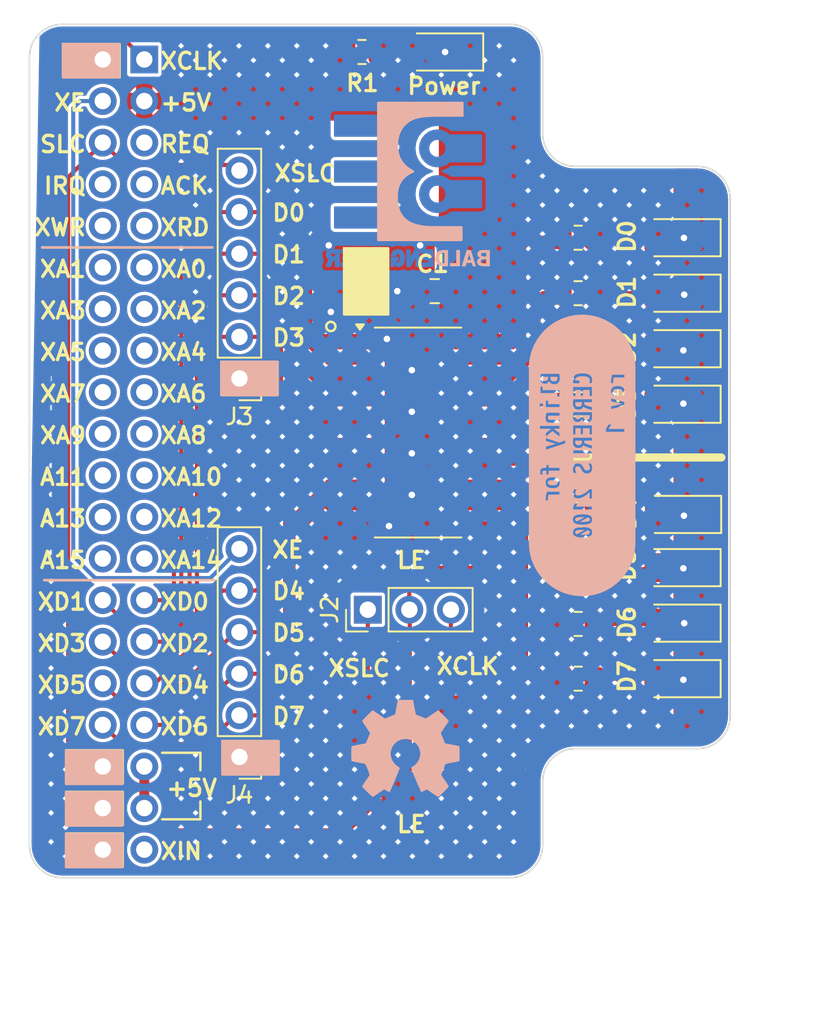
<source format=kicad_pcb>
(kicad_pcb (version 20240108) (generator "pcbnew") (generator_version "8.0")
  (layers (0 "F.Cu" signal) (31 "B.Cu" signal) (34 "B.Paste" user) (35 "F.Paste" user) (36 "B.SilkS" user "B.Silkscreen") (37 "F.SilkS" user "F.Silkscreen") (38 "B.Mask" user) (39 "F.Mask" user) (44 "Edge.Cuts" user))
  (net 0 "")
  (net 1 "+5V")
  (net 2 "GND")
  (net 3 "Net-(D1-A)")
  (net 4 "Net-(D2-A)")
  (net 5 "Net-(D3-A)")
  (net 6 "Net-(D4-A)")
  (net 7 "Net-(D5-A)")
  (net 8 "Net-(D6-A)")
  (net 9 "Net-(D7-A)")
  (net 10 "Net-(D8-A)")
  (net 11 "Net-(D9-A)")
  (net 12 "/XA12")
  (net 13 "/XBUSACK")
  (net 14 "/XA10")
  (net 15 "/XA8")
  (net 16 "/XA9")
  (net 17 "/XA11")
  (net 18 "/XE")
  (net 19 "/XRD")
  (net 20 "/XBUSREQ")
  (net 21 "/XD1")
  (net 22 "/XD5")
  (net 23 "/XA13")
  (net 24 "/XA7")
  (net 25 "/XD7")
  (net 26 "/XD2")
  (net 27 "/XD3")
  (net 28 "/XA2")
  (net 29 "/XD6")
  (net 30 "/XSLC")
  (net 31 "/XA6")
  (net 32 "/XD4")
  (net 33 "/XA3")
  (net 34 "/XCLK")
  (net 35 "/XA5")
  (net 36 "/XA1")
  (net 37 "/XWR")
  (net 38 "/XIRQ")
  (net 39 "/XA14")
  (net 40 "/XIN")
  (net 41 "/XA0")
  (net 42 "/XD0")
  (net 43 "/XA4")
  (net 44 "/XA15")
  (net 45 "/LE")
  (net 46 "/Q0")
  (net 47 "/Q1")
  (net 48 "/Q2")
  (net 49 "/Q3")
  (net 50 "/Q4")
  (net 51 "/Q5")
  (net 52 "/Q6")
  (net 53 "/Q7")
  (footprint "LED_SMD:LED_1206_3216Metric_Pad1.42x1.75mm_HandSolder" (layer "F.Cu") (at 117.6417 96.4774 180)
    (property "Reference" "D8" (hide yes))
    (property "Value" "Pwr")
  )
  (footprint "LED_SMD:LED_1206_3216Metric_Pad1.42x1.75mm_HandSolder" (layer "F.Cu") (at 117.6417 76.327 180)
    (property "Reference" "D3" (hide yes))
    (property "Value" "Pwr")
  )
  (footprint "Connector_PinSocket_2.54mm:PinSocket_2x20_P2.54mm_Vertical" (layer "F.Cu") (at 84.8614 62.0522)
    (property "Reference" "J1" (hide yes))
    (property "Value" "Cerberus_Expansion")
  )
  (footprint "LED_SMD:LED_1206_3216Metric_Pad1.42x1.75mm_HandSolder" (layer "F.Cu") (at 117.6417 99.8674 180)
    (property "Reference" "D9" (hide yes))
    (property "Value" "Pwr")
  )
  (footprint "Resistor_SMD:R_0805_2012Metric_Pad1.20x1.40mm_HandSolder" (layer "F.Cu") (at 111.3884 96.524266)
    (property "Reference" "R8" (hide yes))
    (property "Value" "1k")
  )
  (footprint "LED_SMD:LED_1206_3216Metric_Pad1.42x1.75mm_HandSolder" (layer "F.Cu") (at 117.6417 93.0874 180)
    (property "Reference" "D7" (hide yes))
    (property "Value" "Pwr")
  )
  (footprint "My Libraries:Harwin-S1751-46-Test-Point" (layer "F.Cu") (at 101.092 106.68)
    (property "Reference" "TP3" (hide yes))
    (property "Value" "TestPoint_Harwin")
  )
  (footprint "LED_SMD:LED_1206_3216Metric_Pad1.42x1.75mm_HandSolder" (layer "F.Cu") (at 117.6746 89.838 180)
    (property "Reference" "D6" (hide yes))
    (property "Value" "Pwr")
  )
  (footprint "Package_SO:SO-20_5.3x12.6mm_P1.27mm" (layer "F.Cu") (at 101.6 84.836)
    (property "Reference" "U1" (hide yes))
    (property "Value" "74LVC573")
  )
  (footprint "Capacitor_SMD:C_0805_2012Metric_Pad1.18x1.45mm_HandSolder" (layer "F.Cu") (at 102.616 76.2 180)
    (property "Reference" "C1")
    (property "Value" "1u")
  )
  (footprint "Resistor_SMD:R_0805_2012Metric_Pad1.20x1.40mm_HandSolder" (layer "F.Cu") (at 111.3884 72.937)
    (property "Reference" "R2" (hide yes))
    (property "Value" "1k")
  )
  (footprint "My Libraries:Harwin-S1751-46-Test-Point" (layer "F.Cu") (at 98.425 75.565 90)
    (property "Reference" "TP1" (hide yes))
    (property "Value" "TestPoint_Harwin")
  )
  (footprint "Resistor_SMD:R_0805_2012Metric_Pad1.20x1.40mm_HandSolder" (layer "F.Cu") (at 98.171 61.595)
    (property "Reference" "R1")
    (property "Value" "1k")
  )
  (footprint "Resistor_SMD:R_0805_2012Metric_Pad1.20x1.40mm_HandSolder" (layer "F.Cu") (at 111.3884 99.8674)
    (property "Reference" "R9" (hide yes))
    (property "Value" "1k")
  )
  (footprint "Resistor_SMD:R_0805_2012Metric_Pad1.20x1.40mm_HandSolder" (layer "F.Cu") (at 111.3884 83.107)
    (property "Reference" "R5" (hide yes))
    (property "Value" "1k")
  )
  (footprint "My Libraries:Harwin-S1751-46-Test-Point" (layer "F.Cu") (at 98.298 102.616 90)
    (property "Reference" "TP2" (hide yes))
    (property "Value" "TestPoint_Harwin")
  )
  (footprint "LED_SMD:LED_1206_3216Metric_Pad1.42x1.75mm_HandSolder" (layer "F.Cu") (at 117.6417 72.937 180)
    (property "Reference" "D2" (hide yes))
    (property "Value" "Pwr")
  )
  (footprint "LED_SMD:LED_1206_3216Metric_Pad1.42x1.75mm_HandSolder" (layer "F.Cu") (at 117.6417 83.107 180)
    (property "Reference" "D5" (hide yes))
    (property "Value" "Pwr")
  )
  (footprint "LED_SMD:LED_1206_3216Metric_Pad1.42x1.75mm_HandSolder" (layer "F.Cu") (at 117.6417 79.717 180)
    (property "Reference" "D4" (hide yes))
    (property "Value" "Pwr")
  )
  (footprint "Resistor_SMD:R_0805_2012Metric_Pad1.20x1.40mm_HandSolder" (layer "F.Cu") (at 111.3884 93.181133)
    (property "Reference" "R7" (hide yes))
    (property "Value" "1k")
  )
  (footprint "Resistor_SMD:R_0805_2012Metric_Pad1.20x1.40mm_HandSolder" (layer "F.Cu") (at 111.3884 89.838)
    (property "Reference" "R6" (hide yes))
    (property "Value" "1k")
  )
  (footprint "Connector_PinHeader_2.54mm:PinHeader_1x03_P2.54mm_Vertical" (layer "F.Cu") (at 98.5266 95.6564 90)
    (property "Reference" "J2")
    (property "Value" "Latch En")
  )
  (footprint "LED_SMD:LED_1206_3216Metric_Pad1.42x1.75mm_HandSolder" (layer "F.Cu") (at 103.124 61.595 180)
    (property "Reference" "D1" (hide yes))
    (property "Value" "Pwr")
  )
  (footprint "My Libraries:Harwin-S1751-46-Test-Point" (layer "F.Cu") (at 103.632 102.616 90)
    (property "Reference" "TP4" (hide yes))
    (property "Value" "TestPoint_Harwin")
  )
  (footprint "Package_SO:SOIC-20W_7.5x12.8mm_P1.27mm" (layer "F.Cu") (at 101.6 84.836)
    (property "Reference" "U2" (hide yes))
    (property "Value" "74LVC573")
  )
  (footprint "Connector_PinHeader_2.54mm:PinHeader_1x06_P2.54mm_Vertical" (layer "F.Cu") (at 90.678 81.534 180)
    (property "Reference" "J3")
    (property "Value" "Test1")
  )
  (footprint "Resistor_SMD:R_0805_2012Metric_Pad1.20x1.40mm_HandSolder" (layer "F.Cu") (at 111.3884 76.327)
    (property "Reference" "R3" (hide yes))
    (property "Value" "1k")
  )
  (footprint "Resistor_SMD:R_0805_2012Metric_Pad1.20x1.40mm_HandSolder" (layer "F.Cu") (at 111.3884 79.717)
    (property "Reference" "R4" (hide yes))
    (property "Value" "1k")
  )
  (footprint "Connector_PinHeader_2.54mm:PinHeader_1x06_P2.54mm_Vertical" (layer "F.Cu") (at 90.678 104.648 180)
    (property "Reference" "J4")
    (property "Value" "Test2")
  )
  (footprint "kibuzzard-663A818A" (layer "B.Cu") (at 111.633 86.233 -90)
    (property "Reference" "kibuzzard-663A818A" (hide yes))
    (property "Value" "G***" (hide yes))
  )
  (footprint "My Libraries:BE10v2" (layer "B.Cu") (at 105.990975 64.697026 180)
    (property "Reference" "svg2mod" (hide yes))
    (property "Value" "G***" (hide yes))
  )
  (footprint "Symbol:OSHW-Symbol_6.7x6mm_SilkScreen" (layer "B.Cu") (at 100.838 104.14 180)
    (property "Reference" "REF**" (hide yes))
    (property "Value" "OSHW-Symbol_6.7x6mm_SilkScreen" (hide yes))
  )
  (gr_rect (start 79.883 61.1124) (end 83.312 63.1444) (stroke (width 0.15)) (fill solid) (layer "B.SilkS"))
  (gr_rect (start 89.5858 80.518) (end 93.0148 82.55) (stroke (width 0.15)) (fill solid) (layer "B.SilkS"))
  (gr_rect (start 80.0735 106.807) (end 83.5025 108.839) (stroke (width 0.15)) (fill solid) (layer "B.SilkS"))
  (gr_line (start 78.613 73.533) (end 89.027 73.533) (stroke (width 0.15)) (layer "B.SilkS"))
  (gr_rect (start 80.0735 104.267) (end 83.5025 106.299) (stroke (width 0.15)) (fill solid) (layer "B.SilkS"))
  (gr_line (start 78.74 93.853) (end 89.154 93.853) (stroke (width 0.15)) (layer "B.SilkS"))
  (gr_rect (start 89.6366 103.6828) (end 93.0656 105.7148) (stroke (width 0.15)) (fill solid) (layer "B.SilkS"))
  (gr_rect (start 80.0735 109.347) (end 83.5025 111.379) (stroke (width 0.15)) (fill solid) (layer "B.SilkS"))
  (gr_line (start 88.2904 105.4608) (end 88.2904 104.394) (stroke (width 0.15)) (layer "F.SilkS"))
  (gr_rect (start 97.0788 73.5838) (end 99.7712 77.6224) (stroke (width 0.15)) (fill solid) (layer "F.SilkS"))
  (gr_rect (start 79.9211 61.1124) (end 83.3501 63.1444) (stroke (width 0.15)) (fill solid) (layer "F.SilkS"))
  (gr_rect (start 80.1116 106.7816) (end 83.5406 108.8136) (stroke (width 0.15)) (fill solid) (layer "F.SilkS"))
  (gr_line (start 78.613 73.533) (end 89.027 73.533) (stroke (width 0.15)) (layer "F.SilkS"))
  (gr_rect (start 89.5731 80.518) (end 93.0021 82.55) (stroke (width 0.15)) (fill solid) (layer "F.SilkS"))
  (gr_rect (start 89.6366 103.6828) (end 93.0656 105.7148) (stroke (width 0.15)) (fill solid) (layer "F.SilkS"))
  (gr_circle (center 96.266 78.359) (end 96.139 78.613) (stroke (width 0.15)) (fill none) (layer "F.SilkS"))
  (gr_line (start 78.74 93.853) (end 89.154 93.853) (stroke (width 0.15)) (layer "F.SilkS"))
  (gr_rect (start 80.1116 104.2416) (end 83.5406 106.2736) (stroke (width 0.15)) (fill solid) (layer "F.SilkS"))
  (gr_line (start 88.2904 108.4326) (end 88.2904 107.3658) (stroke (width 0.15)) (layer "F.SilkS"))
  (gr_line (start 109.474 86.36) (end 120.142 86.36) (stroke (width 0.5)) (layer "F.SilkS"))
  (gr_line (start 88.2904 108.458) (end 85.9536 108.458) (stroke (width 0.15)) (layer "F.SilkS"))
  (gr_rect (start 80.1116 109.3216) (end 83.5406 111.3536) (stroke (width 0.15)) (fill solid) (layer "F.SilkS"))
  (gr_line (start 88.2904 104.394) (end 85.9536 104.394) (stroke (width 0.15)) (layer "F.SilkS"))
  (gr_arc (start 120.680334 102.14) (mid 120.094548 103.554214) (end 118.680334 104.14) (stroke (width 0.1)) (layer "Edge.Cuts"))
  (gr_line (start 109.22 106.14) (end 109.22 110.022734) (stroke (width 0.1)) (layer "Edge.Cuts"))
  (gr_arc (start 77.838466 61.909866) (mid 78.424252 60.495652) (end 79.838466 59.909866) (stroke (width 0.1)) (layer "Edge.Cuts"))
  (gr_line (start 77.838466 110.022734) (end 77.838466 61.909866) (stroke (width 0.1)) (layer "Edge.Cuts"))
  (gr_line (start 109.22 61.909866) (end 109.22 66.58) (stroke (width 0.1)) (layer "Edge.Cuts"))
  (gr_arc (start 118.680334 68.58) (mid 120.094548 69.165786) (end 120.680334 70.58) (stroke (width 0.1)) (layer "Edge.Cuts"))
  (gr_arc (start 79.838466 112.022734) (mid 78.424262 111.436938) (end 77.838466 110.022734) (stroke (width 0.1)) (layer "Edge.Cuts"))
  (gr_arc (start 109.22 110.022734) (mid 108.634214 111.436948) (end 107.22 112.022734) (stroke (width 0.1)) (layer "Edge.Cuts"))
  (gr_line (start 107.22 112.022734) (end 79.838466 112.022734) (stroke (width 0.1)) (layer "Edge.Cuts"))
  (gr_arc (start 111.22 68.58) (mid 109.805786 67.994214) (end 109.22 66.58) (stroke (width 0.1)) (layer "Edge.Cuts"))
  (gr_line (start 120.680334 70.58) (end 120.680334 102.14) (stroke (width 0.1)) (layer "Edge.Cuts"))
  (gr_line (start 79.838466 59.909866) (end 107.22 59.909866) (stroke (width 0.1)) (layer "Edge.Cuts"))
  (gr_line (start 118.680334 104.14) (end 111.22 104.14) (stroke (width 0.1)) (layer "Edge.Cuts"))
  (gr_line (start 111.22 68.58) (end 118.680334 68.58) (stroke (width 0.1)) (layer "Edge.Cuts"))
  (gr_arc (start 107.22 59.909866) (mid 108.634214 60.495652) (end 109.22 61.909866) (stroke (width 0.1)) (layer "Edge.Cuts"))
  (gr_arc (start 109.22 106.14) (mid 109.805786 104.725786) (end 111.22 104.14) (stroke (width 0.1)) (layer "Edge.Cuts"))
  (gr_text "D6" (at 114.9604 97.536 90) (layer "F.SilkS") (effects (font (size 1 1) (thickness 0.2)) (justify left bottom)))
  (gr_text "D6" (at 92.583 100.203 0) (layer "F.SilkS") (effects (font (size 1 1) (thickness 0.2)) (justify left bottom)))
  (gr_text "A11" (at 78.374857 88.138 0) (layer "F.SilkS") (effects (font (size 1 1) (thickness 0.2)) (justify left bottom)))
  (gr_text "XE" (at 79.248 65.278 0) (layer "F.SilkS") (effects (font (size 1 1) (thickness 0.2)) (justify left bottom)))
  (gr_text "XD2" (at 85.754094 98.298 0) (layer "F.SilkS") (effects (font (size 1 1) (thickness 0.2)) (justify left bottom)))
  (gr_text "XA7" (at 78.374857 83.058 0) (layer "F.SilkS") (effects (font (size 1 1) (thickness 0.2)) (justify left bottom)))
  (gr_text "XA2" (at 85.754094 77.978 0) (layer "F.SilkS") (effects (font (size 1 1) (thickness 0.2)) (justify left bottom)))
  (gr_text "XD5" (at 78.232 100.838 0) (layer "F.SilkS") (effects (font (size 1 1) (thickness 0.2)) (justify left bottom)))
  (gr_text "XD0" (at 85.754094 95.758 0) (layer "F.SilkS") (effects (font (size 1 1) (thickness 0.2)) (justify left bottom)))
  (gr_text "IRQ" (at 78.612953 70.358 0) (layer "F.SilkS") (effects (font (size 1 1) (thickness 0.2)) (justify left bottom)))
  (gr_text "D4" (at 92.583 95.123 0) (layer "F.SilkS") (effects (font (size 1 1) (thickness 0.2)) (justify left bottom)))
  (gr_text "XA6" (at 85.754094 83.058 0) (layer "F.SilkS") (effects (font (size 1 1) (thickness 0.2)) (justify left bottom)))
  (gr_text "ACK" (at 85.754094 70.358 0) (layer "F.SilkS") (effects (font (size 1 1) (thickness 0.2)) (justify left bottom)))
  (gr_text "D0" (at 92.583 72.009 0) (layer "F.SilkS") (effects (font (size 1 1) (thickness 0.2)) (justify left bottom)))
  (gr_text "D3" (at 92.583 79.629 0) (layer "F.SilkS") (effects (font (size 1 1) (thickness 0.2)) (justify left bottom)))
  (gr_text "XA1" (at 78.374857 75.438 0) (layer "F.SilkS") (effects (font (size 1 1) (thickness 0.2)) (justify left bottom)))
  (gr_text "XD1" (at 78.232 95.758 0) (layer "F.SilkS") (effects (font (size 1 1) (thickness 0.2)) (justify left bottom)))
  (gr_text "XWR" (at 78.041524 72.898 0) (layer "F.SilkS") (effects (font (size 1 1) (thickness 0.2)) (justify left bottom)))
  (gr_text "SLC" (at 78.374857 67.818 0) (layer "F.SilkS") (effects (font (size 1 1) (thickness 0.2)) (justify left bottom)))
  (gr_text "XRD" (at 85.754094 72.898 0) (layer "F.SilkS") (effects (font (size 1 1) (thickness 0.2)) (justify left bottom)))
  (gr_text "XD7" (at 78.232 103.378 0) (layer "F.SilkS") (effects (font (size 1 1) (thickness 0.2)) (justify left bottom)))
  (gr_text "XA5" (at 78.374857 80.518 0) (layer "F.SilkS") (effects (font (size 1 1) (thickness 0.2)) (justify left bottom)))
  (gr_text "REQ" (at 85.754094 67.818 0) (layer "F.SilkS") (effects (font (size 1 1) (thickness 0.2)) (justify left bottom)))
  (gr_text "D1" (at 92.583 74.549 0) (layer "F.SilkS") (effects (font (size 1 1) (thickness 0.2)) (justify left bottom)))
  (gr_text "D0" (at 114.9604 73.9648 90) (layer "F.SilkS") (effects (font (size 1 1) (thickness 0.2)) (justify left bottom)))
  (gr_text "XD4" (at 85.754094 100.838 0) (layer "F.SilkS") (effects (font (size 1 1) (thickness 0.2)) (justify left bottom)))
  (gr_text "XA12" (at 85.754094 90.678 0) (layer "F.SilkS") (effects (font (size 1 1) (thickness 0.2)) (justify left bottom)))
  (gr_text "XCLK" (at 85.754094 62.738 0) (layer "F.SilkS") (effects (font (size 1 1) (thickness 0.2)) (justify left bottom)))
  (gr_text "XD3" (at 78.232 98.298 0) (layer "F.SilkS") (effects (font (size 1 1) (thickness 0.2)) (justify left bottom)))
  (gr_text "LE" (at 100.203 93.218 0) (layer "F.SilkS") (effects (font (size 1 1) (thickness 0.2)) (justify left bottom)))
  (gr_text "XA0" (at 85.754094 75.438 0) (layer "F.SilkS") (effects (font (size 1 1) (thickness 0.2)) (justify left bottom)))
  (gr_text "XA9" (at 78.374857 85.598 0) (layer "F.SilkS") (effects (font (size 1 1) (thickness 0.2)) (justify left bottom)))
  (gr_text "XA14" (at 85.754094 93.218 0) (layer "F.SilkS") (effects (font (size 1 1) (thickness 0.2)) (justify left bottom)))
  (gr_text "+5V" (at 86.106 107.1372 0) (layer "F.SilkS") (effects (font (size 1 1) (thickness 0.2)) (justify left bottom)))
  (gr_text "D2" (at 92.583 77.089 0) (layer "F.SilkS") (effects (font (size 1 1) (thickness 0.2)) (justify left bottom)))
  (gr_text "XD6" (at 85.754094 103.378 0) (layer "F.SilkS") (effects (font (size 1 1) (thickness 0.2)) (justify left bottom)))
  (gr_text "XIN" (at 85.754094 110.998 0) (layer "F.SilkS") (effects (font (size 1 1) (thickness 0.2)) (justify left bottom)))
  (gr_text "D4" (at 114.9933 90.9202 90) (layer "F.SilkS") (effects (font (size 1 1) (thickness 0.2)) (justify left bottom)))
  (gr_text "D1" (at 114.9604 77.3684 90) (layer "F.SilkS") (effects (font (size 1 1) (thickness 0.2)) (justify left bottom)))
  (gr_text "A15" (at 78.374857 93.218 0) (layer "F.SilkS") (effects (font (size 1 1) (thickness 0.2)) (justify left bottom)))
  (gr_text "XA10" (at 85.754094 88.138 0) (layer "F.SilkS") (effects (font (size 1 1) (thickness 0.2)) (justify left bottom)))
  (gr_text "XA3" (at 78.374857 77.978 0) (layer "F.SilkS") (effects (font (size 1 1) (thickness 0.2)) (justify left bottom)))
  (gr_text "D2" (at 114.9604 80.772 90) (layer "F.SilkS") (effects (font (size 1 1) (thickness 0.2)) (justify left bottom)))
  (gr_text "D5" (at 114.9604 94.0308 90) (layer "F.SilkS") (effects (font (size 1 1) (thickness 0.2)) (justify left bottom)))
  (gr_text "D3" (at 114.9604 84.1756 90) (layer "F.SilkS") (effects (font (size 1 1) (thickness 0.2)) (justify left bottom)))
  (gr_text "XA8" (at 85.754094 85.598 0) (layer "F.SilkS") (effects (font (size 1 1) (thickness 0.2)) (justify left bottom)))
  (gr_text "+5V" (at 85.754094 65.278 0) (layer "F.SilkS") (effects (font (size 1 1) (thickness 0.2)) (justify left bottom)))
  (gr_text "XA4" (at 85.754094 80.518 0) (layer "F.SilkS") (effects (font (size 1 1) (thickness 0.2)) (justify left bottom)))
  (gr_text "D7" (at 114.9604 100.838 90) (layer "F.SilkS") (effects (font (size 1 1) (thickness 0.2)) (justify left bottom)))
  (gr_text "LE" (at 100.203 109.347 0) (layer "F.SilkS") (effects (font (size 1 1) (thickness 0.2)) (justify left bottom)))
  (gr_text "XCLK" (at 102.616 99.695 0) (layer "F.SilkS") (effects (font (size 1 1) (thickness 0.2)) (justify left bottom)))
  (gr_text "D5" (at 92.583 97.663 0) (layer "F.SilkS") (effects (font (size 1 1) (thickness 0.2)) (justify left bottom)))
  (gr_text "XSLC" (at 96.012 99.822 0) (layer "F.SilkS") (effects (font (size 1 1) (thickness 0.2)) (justify left bottom)))
  (gr_text "D7" (at 92.583 102.743 0) (layer "F.SilkS") (effects (font (size 1 1) (thickness 0.2)) (justify left bottom)))
  (gr_text "XE" (at 92.583 92.583 0) (layer "F.SilkS") (effects (font (size 1 1) (thickness 0.2)) (justify left bottom)))
  (gr_text "Power" (at 100.838 64.262 0) (layer "F.SilkS") (effects (font (size 1 1) (thickness 0.2)) (justify left bottom)))
  (gr_text "XSLC" (at 92.71 69.596 0) (layer "F.SilkS") (effects (font (size 1 1) (thickness 0.2)) (justify left bottom)))
  (gr_text "A13" (at 78.374857 90.678 0) (layer "F.SilkS") (effects (font (size 1 1) (thickness 0.2)) (justify left bottom)))
  (segment (start 95.8342 64.5922) (end 84.8614 64.5922) (width 0.6096) (layer "F.Cu") (net 1))
  (segment (start 84.8614 105.2322) (end 84.8614 107.7722) (width 0.6096) (layer "F.Cu") (net 1))
  (segment (start 97.171 61.595) (end 97.171 63.357) (width 0.6096) (layer "F.Cu") (net 1))
  (segment (start 95.885 64.643) (end 95.8342 64.5922) (width 0.6096) (layer "F.Cu") (net 1))
  (segment (start 97.171 63.357) (end 95.885 64.643) (width 0.6096) (layer "F.Cu") (net 1))
  (segment (start 119.1292 89.9042) (end 117.8678 89.9042) (width 0.25) (layer "F.Cu") (net 2))
  (segment (start 119.0963 83.058) (end 117.8349 83.058) (width 0.25) (layer "F.Cu") (net 2))
  (segment (start 119.0963 93.1164) (end 117.8349 93.1164) (width 0.25) (layer "F.Cu") (net 2))
  (segment (start 119.0963 99.9236) (end 117.8349 99.9236) (width 0.25) (layer "F.Cu") (net 2))
  (segment (start 98.1375 79.121) (end 99.695 79.121) (width 0.25) (layer "F.Cu") (net 2))
  (segment (start 119.0963 79.8068) (end 117.8349 79.8068) (width 0.25) (layer "F.Cu") (net 2))
  (segment (start 101.5785 76.2) (end 100.33 76.2) (width 0.25) (layer "F.Cu") (net 2))
  (segment (start 117.8678 72.937) (end 117.856 72.9488) (width 0.25) (layer "F.Cu") (net 2))
  (segment (start 103.251 61.595) (end 104.6115 61.595) (width 0.25) (layer "F.Cu") (net 2))
  (via (at 96.266 77.47) (size 0.8) (drill 0.4) (layers "F.Cu" "B.Cu") (net 2))
  (via (at 117.8231 79.8186) (size 0.8) (drill 0.4) (layers "F.Cu" "B.Cu") (net 2))
  (via (at 103.251 61.595) (size 0.8) (drill 0.4) (layers "F.Cu" "B.Cu") (net 2))
  (via (at 117.8231 99.9354) (size 0.8) (drill 0.4) (layers "F.Cu" "B.Cu") (net 2))
  (via (at 117.8739 76.415) (size 0.8) (drill 0.4) (layers "F.Cu" "B.Cu") (net 2))
  (via (at 117.8739 96.481) (size 0.8) (drill 0.4) (layers "F.Cu" "B.Cu") (net 2))
  (via (at 117.856 89.916) (size 0.8) (drill 0.4) (layers "F.Cu" "B.Cu") (net 2))
  (via (at 99.695 79.121) (size 0.8) (drill 0.4) (layers "F.Cu" "B.Cu") (net 2))
  (via (at 101.219 81.026) (size 0.8) (drill 0.4) (layers "F.Cu" "B.Cu") (net 2))
  (via (at 96.139 73.406) (size 0.8) (drill 0.4) (layers "F.Cu" "B.Cu") (net 2))
  (via (at 99.822 90.551) (size 0.8) (drill 0.4) (layers "F.Cu" "B.Cu") (net 2))
  (via (at 101.219 83.566) (size 0.8) (drill 0.4) (layers "F.Cu" "B.Cu") (net 2))
  (via (at 117.856 72.9488) (size 0.8) (drill 0.4) (layers "F.Cu" "B.Cu") (net 2))
  (via (at 100.33 76.2) (size 0.8) (drill 0.4) (layers "F.Cu" "B.Cu") (net 2))
  (via (at 101.727 73.406) (size 0.8) (drill 0.4) (layers "F.Cu" "B.Cu") (net 2))
  (via (at 117.8231 93.1282) (size 0.8) (drill 0.4) (layers "F.Cu" "B.Cu") (net 2))
  (via (at 101.219 86.106) (size 0.8) (drill 0.4) (layers "F.Cu" "B.Cu") (net 2))
  (via (at 101.219 88.646) (size 0.8) (drill 0.4) (layers "F.Cu" "B.Cu") (net 2))
  (via (at 117.8231 83.0698) (size 0.8) (drill 0.4) (layers "F.Cu" "B.Cu") (net 2))
  (segment (start 99.171 61.595) (end 101.6365 61.595) (width 0.25) (layer "F.Cu") (net 3))
  (segment (start 112.3884 72.937) (end 116.1542 72.937) (width 0.25) (layer "F.Cu") (net 4))
  (segment (start 112.3884 76.327) (end 116.1542 76.327) (width 0.25) (layer "F.Cu") (net 5))
  (segment (start 112.3884 79.717) (end 116.1542 79.717) (width 0.25) (layer "F.Cu") (net 6))
  (segment (start 112.3884 83.107) (end 116.1542 83.107) (width 0.25) (layer "F.Cu") (net 7))
  (segment (start 112.3884 89.838) (end 116.1871 89.838) (width 0.25) (layer "F.Cu") (net 8))
  (segment (start 116.060467 93.181133) (end 116.1542 93.0874) (width 0.25) (layer "F.Cu") (net 9))
  (segment (start 112.3884 93.181133) (end 116.060467 93.181133) (width 0.25) (layer "F.Cu") (net 9))
  (segment (start 116.107334 96.524266) (end 116.1542 96.4774) (width 0.25) (layer "F.Cu") (net 10))
  (segment (start 112.3884 96.524266) (end 116.107334 96.524266) (width 0.25) (layer "F.Cu") (net 10))
  (segment (start 112.3884 99.8674) (end 116.1542 99.8674) (width 0.25) (layer "F.Cu") (net 11))
  (segment (start 82.3214 64.5922) (end 80.9498 64.5922) (width 0.25) (layer "B.Cu") (net 18))
  (segment (start 81.853499 93.726) (end 88.9 93.726) (width 0.25) (layer "B.Cu") (net 18))
  (segment (start 88.9 93.726) (end 90.678 91.948) (width 0.25) (layer "B.Cu") (net 18))
  (segment (start 80.518 92.390501) (end 81.853499 93.726) (width 0.25) (layer "B.Cu") (net 18))
  (segment (start 80.9498 64.5922) (end 80.518 65.024) (width 0.25) (layer "B.Cu") (net 18))
  (segment (start 80.518 65.024) (end 80.518 92.390501) (width 0.25) (layer "B.Cu") (net 18))
  (segment (start 94.488 80.899) (end 95.25 81.661) (width 0.25) (layer "F.Cu") (net 21))
  (segment (start 86.36 96.266) (end 83.5152 96.266) (width 0.25) (layer "F.Cu") (net 21))
  (segment (start 94.488 75.184) (end 94.488 80.899) (width 0.25) (layer "F.Cu") (net 21))
  (segment (start 95.25 81.661) (end 98.1375 81.661) (width 0.25) (layer "F.Cu") (net 21))
  (segment (start 88.138 73.914) (end 87.122 74.93) (width 0.25) (layer "F.Cu") (net 21))
  (segment (start 87.122 95.504) (end 86.36 96.266) (width 0.25) (layer "F.Cu") (net 21))
  (segment (start 90.932 73.914) (end 88.138 73.914) (width 0.25) (layer "F.Cu") (net 21))
  (segment (start 93.218 73.914) (end 94.488 75.184) (width 0.25) (layer "F.Cu") (net 21))
  (segment (start 87.122 74.93) (end 87.122 95.504) (width 0.25) (layer "F.Cu") (net 21))
  (segment (start 83.5152 96.266) (end 82.3214 95.0722) (width 0.25) (layer "F.Cu") (net 21))
  (segment (start 90.678 73.914) (end 93.218 73.914) (width 0.25) (layer "F.Cu") (net 21))
  (segment (start 93.472 96.012) (end 93.472 88.9) (width 0.25) (layer "F.Cu") (net 22))
  (segment (start 83.4964 101.3272) (end 86.1248 101.3272) (width 0.25) (layer "F.Cu") (net 22))
  (segment (start 93.472 88.9) (end 95.631 86.741) (width 0.25) (layer "F.Cu") (net 22))
  (segment (start 92.456 97.028) (end 93.472 96.012) (width 0.25) (layer "F.Cu") (net 22))
  (segment (start 82.3214 100.1522) (end 83.4964 101.3272) (width 0.25) (layer "F.Cu") (net 22))
  (segment (start 90.678 97.028) (end 92.456 97.028) (width 0.25) (layer "F.Cu") (net 22))
  (segment (start 95.631 86.741) (end 98.1375 86.741) (width 0.25) (layer "F.Cu") (net 22))
  (segment (start 86.1248 101.3272) (end 90.7542 96.6978) (width 0.25) (layer "F.Cu") (net 22))
  (segment (start 94.742 100.584) (end 94.742 90.464001) (width 0.25) (layer "F.Cu") (net 25))
  (segment (start 95.925001 89.281) (end 98.1375 89.281) (width 0.25) (layer "F.Cu") (net 25))
  (segment (start 88.6648 103.8672) (end 90.7542 101.7778) (width 0.25) (layer "F.Cu") (net 25))
  (segment (start 94.742 90.464001) (end 95.925001 89.281) (width 0.25) (layer "F.Cu") (net 25))
  (segment (start 82.3214 102.6922) (end 83.4964 103.8672) (width 0.25) (layer "F.Cu") (net 25))
  (segment (start 83.4964 103.8672) (end 88.6648 103.8672) (width 0.25) (layer "F.Cu") (net 25))
  (segment (start 90.678 102.108) (end 93.218 102.108) (width 0.25) (layer "F.Cu") (net 25))
  (segment (start 93.218 102.108) (end 94.742 100.584) (width 0.25) (layer "F.Cu") (net 25))
  (segment (start 92.71 76.454) (end 93.726 77.47) (width 0.25) (layer "F.Cu") (net 26))
  (segment (start 88.392 76.454) (end 90.932 76.454) (width 0.25) (layer "F.Cu") (net 26))
  (segment (start 90.678 76.454) (end 92.71 76.454) (width 0.25) (layer "F.Cu") (net 26))
  (segment (start 86.063481 97.6122) (end 87.63 96.045681) (width 0.25) (layer "F.Cu") (net 26))
  (segment (start 93.726 81.28) (end 95.377 82.931) (width 0.25) (layer "F.Cu") (net 26))
  (segment (start 93.726 77.47) (end 93.726 81.28) (width 0.25) (layer "F.Cu") (net 26))
  (segment (start 87.63 96.045681) (end 87.63 77.216) (width 0.25) (layer "F.Cu") (net 26))
  (segment (start 84.8614 97.6122) (end 86.063481 97.6122) (width 0.25) (layer "F.Cu") (net 26))
  (segment (start 87.63 77.216) (end 88.392 76.454) (width 0.25) (layer "F.Cu") (net 26))
  (segment (start 95.377 82.931) (end 96.95 82.931) (width 0.25) (layer "F.Cu") (net 26))
  (segment (start 83.4964 98.7872) (end 85.6168 98.7872) (width 0.25) (layer "F.Cu") (net 27))
  (segment (start 82.3214 97.6122) (end 83.4964 98.7872) (width 0.25) (layer "F.Cu") (net 27))
  (segment (start 88.08 96.324) (end 88.08 79.814) (width 0.25) (layer "F.Cu") (net 27))
  (segment (start 95.377 84.201) (end 96.95 84.201) (width 0.25) (layer "F.Cu") (net 27))
  (segment (start 92.964 78.994) (end 93.218 79.248) (width 0.25) (layer "F.Cu") (net 27))
  (segment (start 88.9 78.994) (end 90.678 78.994) (width 0.25) (layer "F.Cu") (net 27))
  (segment (start 88.08 79.814) (end 88.9 78.994) (width 0.25) (layer "F.Cu") (net 27))
  (segment (start 93.218 79.248) (end 93.218 82.042) (width 0.25) (layer "F.Cu") (net 27))
  (segment (start 85.6168 98.7872) (end 88.08 96.324) (width 0.25) (layer "F.Cu") (net 27))
  (segment (start 90.678 78.994) (end 92.964 78.994) (width 0.25) (layer "F.Cu") (net 27))
  (segment (start 93.218 82.042) (end 95.377 84.201) (width 0.25) (layer "F.Cu") (net 27))
  (segment (start 93.98 98.044) (end 93.98 89.956001) (width 0.25) (layer "F.Cu") (net 29))
  (segment (start 87.2998 102.6922) (end 90.7542 99.2378) (width 0.25) (layer "F.Cu") (net 29))
  (segment (start 90.678 99.568) (end 92.456 99.568) (width 0.25) (layer "F.Cu") (net 29))
  (segment (start 92.456 99.568) (end 93.98 98.044) (width 0.25) (layer "F.Cu") (net 29))
  (segment (start 84.8614 102.6922) (end 87.2998 102.6922) (width 0.25) (layer "F.Cu") (net 29))
  (segment (start 93.98 89.956001) (end 95.925001 88.011) (width 0.25) (layer "F.Cu") (net 29))
  (segment (start 95.925001 88.011) (end 98.1375 88.011) (width 0.25) (layer "F.Cu") (net 29))
  (segment (start 90.678 68.834) (end 90.3412 68.4972) (width 0.25) (layer "F.Cu") (net 30))
  (segment (start 98.5266 95.6564) (end 98.5266 107.95) (width 0.25) (layer "F.Cu") (net 30))
  (segment (start 80.206 108.6612) (end 80.206 69.2476) (width 0.25) (layer "F.Cu") (net 30))
  (segment (start 83.6864 68.4972) (end 82.3214 67.1322) (width 0.25) (layer "F.Cu") (net 30))
  (segment (start 80.206 108.6612) (end 80.682 109.1372) (width 0.25) (layer "F.Cu") (net 30))
  (segment (start 90.3412 68.4972) (end 83.6864 68.4972) (width 0.25) (layer "F.Cu") (net 30))
  (segment (start 80.206 69.2476) (end 82.3214 67.1322) (width 0.25) (layer "F.Cu") (net 30))
  (segment (start 97.3394 109.1372) (end 98.5266 107.95) (width 0.25) (layer "F.Cu") (net 30))
  (segment (start 80.682 109.1372) (end 97.3394 109.1372) (width 0.25) (layer "F.Cu") (net 30))
  (segment (start 85.5218 100.1522) (end 88.9 96.774) (width 0.25) (layer "F.Cu") (net 32))
  (segment (start 89.662 94.488) (end 90.678 94.488) (width 0.25) (layer "F.Cu") (net 32))
  (segment (start 96.95 85.471) (end 98.1375 85.471) (width 0.25) (layer "F.Cu") (net 32))
  (segment (start 91.694 94.488) (end 92.964 93.218) (width 0.25) (layer "F.Cu") (net 32))
  (segment (start 95.377 85.471) (end 98.1375 85.471) (width 0.25) (layer "F.Cu") (net 32))
  (segment (start 88.9 96.774) (end 88.9 95.25) (width 0.25) (layer "F.Cu") (net 32))
  (segment (start 92.964 93.218) (end 92.964 87.884) (width 0.25) (layer "F.Cu") (net 32))
  (segment (start 88.9 95.25) (end 89.662 94.488) (width 0.25) (layer "F.Cu") (net 32))
  (segment (start 92.964 87.884) (end 95.377 85.471) (width 0.25) (layer "F.Cu") (net 32))
  (segment (start 84.8614 100.1522) (end 85.5218 100.1522) (width 0.25) (layer "F.Cu") (net 32))
  (segment (start 90.678 94.488) (end 91.694 94.488) (width 0.25) (layer "F.Cu") (net 32))
  (segment (start 80.3468 60.8772) (end 79.756 61.468) (width 0.25) (layer "F.Cu") (net 34))
  (segment (start 83.6864 60.8772) (end 80.3468 60.8772) (width 0.25) (layer "F.Cu") (net 34))
  (segment (start 80.2452 111.4872) (end 102.6602 111.4872) (width 0.25) (layer "F.Cu") (net 34))
  (segment (start 84.8614 62.0522) (end 83.6864 60.8772) (width 0.25) (layer "F.Cu") (net 34))
  (segment (start 102.6602 111.4872) (end 103.6066 110.5408) (width 0.25) (layer "F.Cu") (net 34))
  (segment (start 103.6066 110.5408) (end 103.6066 95.6564) (width 0.25) (layer "F.Cu") (net 34))
  (segment (start 79.756 61.468) (end 79.756 110.998) (width 0.25) (layer "F.Cu") (net 34))
  (segment (start 79.756 110.998) (end 80.2452 111.4872) (width 0.25) (layer "F.Cu") (net 34))
  (segment (start 87.63 71.374) (end 90.932 71.374) (width 0.25) (layer "F.Cu") (net 42))
  (segment (start 86.0298 95.0722) (end 86.672 94.43) (width 0.25) (layer "F.Cu") (net 42))
  (segment (start 95.778 80.391) (end 98.1375 80.391) (width 0.25) (layer "F.Cu") (net 42))
  (segment (start 86.672 94.43) (end 86.672 72.332) (width 0.25) (layer "F.Cu") (net 42))
  (segment (start 94.996 79.609) (end 95.778 80.391) (width 0.25) (layer "F.Cu") (net 42))
  (segment (start 94.996 73.406) (end 94.996 79.609) (width 0.25) (layer "F.Cu") (net 42))
  (segment (start 90.678 71.374) (end 92.964 71.374) (width 0.25) (layer "F.Cu") (net 42))
  (segment (start 86.672 72.332) (end 87.63 71.374) (width 0.25) (layer "F.Cu") (net 42))
  (segment (start 92.964 71.374) (end 94.996 73.406) (width 0.25) (layer "F.Cu") (net 42))
  (segment (start 84.8614 95.0722) (end 86.0298 95.0722) (width 0.25) (layer "F.Cu") (net 42))
  (segment (start 101.0666 94.1324) (end 102.108 93.091) (width 0.25) (layer "F.Cu") (net 45))
  (segment (start 101.0666 95.6564) (end 101.0666 95.7326) (width 0.25) (layer "F.Cu") (net 45))
  (segment (start 101.0666 95.7326) (end 101.092 95.758) (width 0.25) (layer "F.Cu") (net 45))
  (segment (start 105.029 93.091) (end 105.41 92.71) (width 0.25) (layer "F.Cu") (net 45))
  (segment (start 102.108 93.091) (end 105.029 93.091) (width 0.25) (layer "F.Cu") (net 45))
  (segment (start 105.41 90.8985) (end 105.0625 90.551) (width 0.25) (layer "F.Cu") (net 45))
  (segment (start 101.092 95.758) (end 101.092 106.68) (width 0.25) (layer "F.Cu") (net 45))
  (segment (start 101.0666 95.6564) (end 101.0666 94.1324) (width 0.25) (layer "F.Cu") (net 45))
  (segment (start 105.41 92.71) (end 105.41 90.8985) (width 0.25) (layer "F.Cu") (net 45))
  (segment (start 107.274999 80.391) (end 108.077 79.588999) (width 0.25) (layer "F.Cu") (net 46))
  (segment (start 106.25 80.391) (end 107.274999 80.391) (width 0.25) (layer "F.Cu") (net 46))
  (segment (start 108.077 73.533) (end 108.673 72.937) (width 0.25) (layer "F.Cu") (net 46))
  (segment (start 108.077 79.588999) (end 108.077 73.533) (width 0.25) (layer "F.Cu") (net 46))
  (segment (start 108.673 72.937) (end 110.3884 72.937) (width 0.25) (layer "F.Cu") (net 46))
  (segment (start 106.25 81.661) (end 107.274999 81.661) (width 0.25) (layer "F.Cu") (net 47))
  (segment (start 108.966 76.581) (end 109.22 76.327) (width 0.25) (layer "F.Cu") (net 47))
  (segment (start 107.274999 81.661) (end 108.966 79.969999) (width 0.25) (layer "F.Cu") (net 47))
  (segment (start 108.966 79.969999) (end 108.966 76.581) (width 0.25) (layer "F.Cu") (net 47))
  (segment (start 109.22 76.327) (end 110.3884 76.327) (width 0.25) (layer "F.Cu") (net 47))
  (segment (start 107.442 82.931) (end 110.3884 79.9846) (width 0.25) (layer "F.Cu") (net 48))
  (segment (start 106.25 82.931) (end 107.442 82.931) (width 0.25) (layer "F.Cu") (net 48))
  (segment (start 110.3884 79.9846) (end 110.3884 79.717) (width 0.25) (layer "F.Cu") (net 48))
  (segment (start 107.569 84.201) (end 108.663 83.107) (width 0.25) (layer "F.Cu") (net 49))
  (segment (start 108.663 83.107) (end 110.3884 83.107) (width 0.25) (layer "F.Cu") (net 49))
  (segment (start 106.25 84.201) (end 107.569 84.201) (width 0.25) (layer "F.Cu") (net 49))
  (segment (start 106.25 85.471) (end 109.728 85.471) (width 0.25) (layer "F.Cu") (net 50))
  (segment (start 110.3884 86.1314) (end 110.3884 89.838) (width 0.25) (layer "F.Cu") (net 50))
  (segment (start 109.728 85.471) (end 110.3884 86.1314) (width 0.25) (layer "F.Cu") (net 50))
  (segment (start 106.25 86.741) (end 107.95 86.741) (width 0.25) (layer "F.Cu") (net 51))
  (segment (start 109.347 88.138) (end 109.347 92.139733) (width 0.25) (layer "F.Cu") (net 51))
  (segment (start 109.728 92.520733) (end 110.3884 93.181133) (width 0.25) (layer "F.Cu") (net 51))
  (segment (start 109.347 92.139733) (end 110.3884 93.181133) (width 0.25) (layer "F.Cu") (net 51))
  (segment (start 107.95 86.741) (end 109.347 88.138) (width 0.25) (layer "F.Cu") (net 51))
  (segment (start 106.25 88.011) (end 107.442 88.011) (width 0.25) (layer "F.Cu") (net 52))
  (segment (start 108.839 89.408) (end 108.839 95.885) (width 0.25) (layer "F.Cu") (net 52))
  (segment (start 107.442 88.011) (end 108.839 89.408) (width 0.25) (layer "F.Cu") (net 52))
  (segment (start 109.478266 96.524266) (end 110.3884 96.524266) (width 0.25) (layer "F.Cu") (net 52))
  (segment (start 108.839 95.885) (end 109.478266 96.524266) (width 0.25) (layer "F.Cu") (net 52))
  (segment (start 107.442 89.281) (end 106.25 89.281) (width 0.25) (layer "F.Cu") (net 53))
  (segment (start 110.3884 99.8674) (end 109.5194 99.8674) (width 0.25) (layer "F.Cu") (net 53))
  (segment (start 108.204 90.043) (end 107.442 89.281) (width 0.25) (layer "F.Cu") (net 53))
  (segment (start 109.5194 99.8674) (end 108.204 98.552) (width 0.25) (layer "F.Cu") (net 53))
  (segment (start 108.204 98.552) (end 108.204 90.043) (width 0.25) (layer "F.Cu") (net 53))
  (zone (net 2) (net_name "GND") (layer "F.Cu") (name "Ground LEDs") (connect_pads (clearance 0.1524)) (min_thickness 0.1524) (fill yes (thermal_gap 0.1524) (thermal_bridge_width 1))
    (polygon (pts (xy 117.221 67.691) (xy 126.238 67.691) (xy 126.492 104.521) (xy 117.221 104.521)))
  )
  (zone (net 1) (net_name "+5V") (layer "F.Cu") (name "+5V") (priority 1) (connect_pads (clearance 0.1524)) (min_thickness 0.1524) (fill yes (thermal_gap 0.1524) (thermal_bridge_width 1))
    (polygon (pts (xy 107.696 63.246) (xy 107.696 79.756) (xy 102.87 79.756) (xy 102.87 65.786) (xy 83.566 65.786) (xy 83.566 63.246)))
  )
  (zone (net 2) (net_name "GND") (layer "F.Cu") (name "IC GND") (connect_pads (clearance 0.1524)) (min_thickness 0.1524) (fill yes (thermal_gap 0.1524) (thermal_bridge_width 1))
    (polygon (pts (xy 102.616 72.644) (xy 95.504 72.644) (xy 95.504 79.756) (xy 99.568 79.756) (xy 99.568 89.916) (xy 95.470885 89.91672) (xy 95.504 91.44) (xy 102.616 91.44)))
  )
  (zone (net 2) (net_name "GND") (layer "B.Cu") (name "Ground") (connect_pads (clearance 0.1524)) (min_thickness 0.1524) (fill yes (mode hatch) (thermal_gap 0.1524) (thermal_bridge_width 1) (hatch_thickness 1) (hatch_gap 0.25) (hatch_orientation 45) (hatch_border_algorithm hatch_thickness) (hatch_min_hole_area 0.3))
    (polygon (pts (xy 78.486 58.674) (xy 123.19 58.42) (xy 123.19 115.57) (xy 77.47 115.57)))
  )
)
</source>
